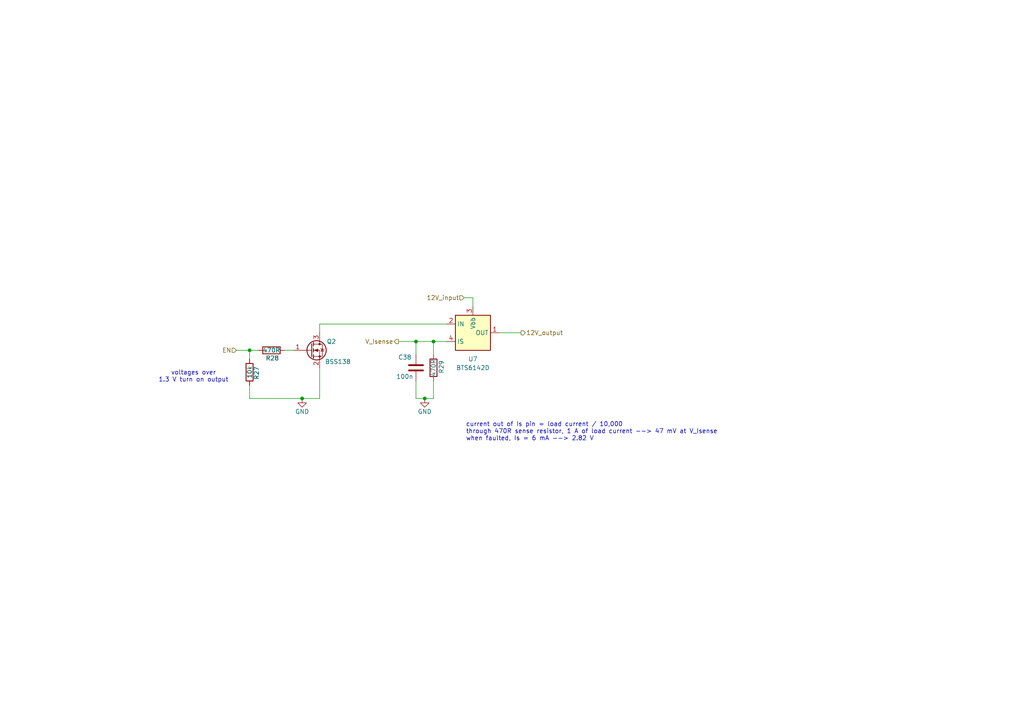
<source format=kicad_sch>
(kicad_sch (version 20231120) (generator "eeschema") (generator_version "8.0")
  (paper "A4")
  (lib_symbols
    (symbol "Device:C" (pin_numbers hide) (pin_names (offset 0.254))
      (property "Reference" "C" (at 0.635 2.54 0))
      (property "Value" "C" (at 0.635 -2.54 0))
      (symbol "C_0_1"
        (polyline (pts (xy -2.032 -0.762) (xy 2.032 -0.762)) (stroke (width 0.508)))
        (polyline (pts (xy -2.032 0.762) (xy 2.032 0.762)) (stroke (width 0.508)))
      )
      (symbol "C_1_1"
        (pin passive line (at 0 3.81 270) (length 2.794) (name "~") (number "1"))
        (pin passive line (at 0 -3.81 90) (length 2.794) (name "~") (number "2"))
      )
    )
    (symbol "Device:R" (pin_numbers hide) (pin_names (offset 0))
      (property "Reference" "R" (at 2.032 0 90))
      (property "Value" "R" (at 0 0 90))
      (symbol "R_0_1"
        (rectangle (start -1.016 -2.54) (end 1.016 2.54) (stroke (width 0.254)))
      )
      (symbol "R_1_1"
        (pin passive line (at 0 3.81 270) (length 1.27) (name "~") (number "1"))
        (pin passive line (at 0 -3.81 90) (length 1.27) (name "~") (number "2"))
      )
    )
    (symbol "Power_Management:BTS6142D"
      (property "Reference" "U" (at -5.08 6.35 0))
      (property "Value" "BTS6142D" (at 8.89 6.35 0))
      (symbol "BTS6142D_0_1"
        (rectangle (start -5.08 5.08) (end 5.08 -5.08) (stroke (width 0.254)) (fill (type background)))
      )
      (symbol "BTS6142D_1_1"
        (pin power_out line (at 7.62 0 180) (length 2.54) (name "OUT") (number "1"))
        (pin input line (at -7.62 2.54 0) (length 2.54) (name "IN") (number "2"))
        (pin power_in line (at 0 7.62 270) (length 2.54) (name "Vbb") (number "3"))
        (pin output line (at -7.62 -2.54 0) (length 2.54) (name "IS") (number "4"))
        (pin passive line (at 7.62 0 180) (length 2.54) hide (name "OUT") (number "5"))
      )
    )
    (symbol "Transistor_FET:BSS138" (pin_names hide)
      (property "Reference" "Q" (at 5.08 1.905 0))
      (property "Value" "BSS138" (at 5.08 0 0))
      (symbol "BSS138_0_1"
        (polyline (pts (xy 0.254 0) (xy -2.54 0)))
        (polyline (pts (xy 0.254 1.905) (xy 0.254 -1.905)) (stroke (width 0.254)))
        (polyline (pts (xy 0.762 -1.27) (xy 0.762 -2.286)) (stroke (width 0.254)))
        (polyline (pts (xy 0.762 0.508) (xy 0.762 -0.508)) (stroke (width 0.254)))
        (polyline (pts (xy 0.762 2.286) (xy 0.762 1.27)) (stroke (width 0.254)))
        (polyline (pts (xy 2.54 2.54) (xy 2.54 1.778)))
        (polyline (pts (xy 2.54 -2.54) (xy 2.54 0) (xy 0.762 0)))
        (polyline (pts (xy 0.762 -1.778) (xy 3.302 -1.778) (xy 3.302 1.778) (xy 0.762 1.778)))
        (polyline (pts (xy 1.016 0) (xy 2.032 0.381) (xy 2.032 -0.381) (xy 1.016 0)) (fill (type outline)))
        (polyline (pts (xy 2.794 0.508) (xy 2.921 0.381) (xy 3.683 0.381) (xy 3.81 0.254)))
        (polyline (pts (xy 3.302 0.381) (xy 2.921 -0.254) (xy 3.683 -0.254) (xy 3.302 0.381)))
        (circle (center 1.651 0) (radius 2.794) (stroke (width 0.254)))
        (circle (center 2.54 -1.778) (radius 0.254) (fill (type outline)))
        (circle (center 2.54 1.778) (radius 0.254) (fill (type outline)))
      )
      (symbol "BSS138_1_1"
        (pin input line (at -5.08 0 0) (length 2.54) (name "G") (number "1"))
        (pin passive line (at 2.54 -5.08 90) (length 2.54) (name "S") (number "2"))
        (pin passive line (at 2.54 5.08 270) (length 2.54) (name "D") (number "3"))
      )
    )
    (symbol "power:GND" (power) (pin_numbers hide) (pin_names (offset 0) hide)
      (property "Value" "GND" (at 0 -3.81 0))
      (symbol "GND_0_1"
        (polyline (pts (xy 0 0) (xy 0 -1.27) (xy 1.27 -1.27) (xy 0 -2.54) (xy -1.27 -1.27) (xy 0 -1.27)))
      )
      (symbol "GND_1_1"
        (pin power_in line (at 0 0 270) (length 0) (name "~") (number "1"))
      )
    )
  )
  (junction (at 72.39 101.6))
  (junction (at 87.63 115.57))
  (junction (at 120.65 99.06))
  (junction (at 125.73 99.06))
  (junction (at 123.19 115.57))
  (wire (pts (xy 72.39 115.57) (xy 87.63 115.57)))
  (wire (pts (xy 87.63 115.57) (xy 92.71 115.57)))
  (wire (pts (xy 115.57 99.06) (xy 120.65 99.06)))
  (wire (pts (xy 72.39 111.76) (xy 72.39 115.57)))
  (wire (pts (xy 123.19 115.57) (xy 125.73 115.57)))
  (wire (pts (xy 120.65 110.49) (xy 120.65 115.57)))
  (wire (pts (xy 134.62 86.36) (xy 137.16 86.36)))
  (wire (pts (xy 92.71 115.57) (xy 92.71 106.68)))
  (wire (pts (xy 92.71 93.98) (xy 129.54 93.98)))
  (wire (pts (xy 72.39 101.6) (xy 72.39 104.14)))
  (wire (pts (xy 125.73 99.06) (xy 125.73 102.87)))
  (wire (pts (xy 137.16 86.36) (xy 137.16 88.9)))
  (wire (pts (xy 120.65 115.57) (xy 123.19 115.57)))
  (wire (pts (xy 68.58 101.6) (xy 72.39 101.6)))
  (wire (pts (xy 82.55 101.6) (xy 85.09 101.6)))
  (wire (pts (xy 120.65 99.06) (xy 125.73 99.06)))
  (wire (pts (xy 125.73 110.49) (xy 125.73 115.57)))
  (wire (pts (xy 144.78 96.52) (xy 151.13 96.52)))
  (wire (pts (xy 120.65 99.06) (xy 120.65 102.87)))
  (wire (pts (xy 72.39 101.6) (xy 74.93 101.6)))
  (wire (pts (xy 129.54 99.06) (xy 125.73 99.06)))
  (wire (pts (xy 92.71 96.52) (xy 92.71 93.98)))
  (text "voltages over\n1.3 V turn on output" (at 56.134 109.22 0) (effects (font (size 1.27 1.27))))
  (text "current out of Is pin = load current / 10,000\nthrough 470R sense resistor, 1 A of load current --> 47 mV at V_Isense\nwhen faulted, Is = 6 mA --> 2.82 V" (at 135.128 125.222 0) (effects (font (size 1.27 1.27)) (justify left)))
  (hierarchical_label "EN" (shape input) (at 68.58 101.6 180))
  (hierarchical_label "V_Isense" (shape output) (at 115.57 99.06 180))
  (hierarchical_label "12V_output" (shape output) (at 151.13 96.52 0))
  (hierarchical_label "12V_input" (shape input) (at 134.62 86.36 180))
  (symbol (lib_id "power:GND") (at 123.19 115.57 0) (unit 1)
    (property "Reference" "#PWR066" (effects (hide yes)))
    (property "Value" "GND" (at 123.19 119.38 0))
    (property "Description" "Power symbol creates a global label with name \"GND\" , ground" (effects (hide yes)))
    (instances (project "EIM" (path "" (reference "#PWR082") (unit 1)) (path "" (reference "#PWR086") (unit 1)) (path "" (reference "#PWR092") (unit 1)) (path "" (reference "#PWR094") (unit 1)) (path "" (reference "#PWR090") (unit 1)) (path "" (reference "#PWR088") (unit 1)) (path "" (reference "#PWR066") (unit 1))))
  )
  (symbol (lib_id "Device:R") (at 78.74 101.6 90) (unit 1)
    (property "Reference" "R20" (at 78.994 103.886 90))
    (property "Value" "470R" (at 78.74 101.6 90))
    (property "Footprint" "Resistor_SMD:R_0805_2012Metric_Pad1.20x1.40mm_HandSolder" (effects (hide yes)))
    (property "Description" "Resistor" (effects (hide yes)))
    (instances (project "EIM" (path "" (reference "R28") (unit 1)) (path "" (reference "R33") (unit 1)) (path "" (reference "R42") (unit 1)) (path "" (reference "R45") (unit 1)) (path "" (reference "R39") (unit 1)) (path "" (reference "R36") (unit 1)) (path "" (reference "R20") (unit 1))))
  )
  (symbol (lib_id "Transistor_FET:BSS138") (at 90.17 101.6 0) (unit 1)
    (property "Reference" "Q2" (at 94.742 99.06 0) (effects (justify left)))
    (property "Value" "BSS138" (at 94.234 104.902 0) (effects (justify left)))
    (property "Footprint" "Package_TO_SOT_SMD:SOT-23" (effects (hide yes)))
    (property "Datasheet" "https://www.onsemi.com/pub/Collateral/BSS138-D.PDF" (effects (hide yes)))
    (property "Description" "50V Vds, 0.22A Id, N-Channel MOSFET, SOT-23" (effects (hide yes)))
    (instances (project "EIM" (path "" (reference "Q2") (unit 1)) (path "" (reference "Q3") (unit 1)) (path "" (reference "Q6") (unit 1)) (path "" (reference "Q7") (unit 1)) (path "" (reference "Q5") (unit 1)) (path "" (reference "Q4") (unit 1))))
  )
  (symbol (lib_id "Power_Management:BTS6142D") (at 137.16 96.52 0) (unit 1)
    (property "Reference" "U7" (at 137.16 104.14 0))
    (property "Value" "BTS6142D" (at 137.16 106.68 0))
    (property "Footprint" "Package_TO_SOT_SMD:TO-252-4" (effects (hide yes)))
    (property "Datasheet" "http://www.infineon.com/dgdl/Infineon-BTS6142D-DS-v01_01-EN.pdf?fileId=5546d4625a888733015aa3da1e0e1026" (effects (hide yes)))
    (property "Description" "Smart High-Side Power Switch, PROFET, Single, 12mOhm, 7A, 24V, TO252-5" (effects (hide yes)))
    (instances (project "EIM" (path "" (reference "U7") (unit 1)) (path "" (reference "U8") (unit 1)) (path "" (reference "U11") (unit 1)) (path "" (reference "U12") (unit 1)) (path "" (reference "U10") (unit 1)) (path "" (reference "U9") (unit 1))))
  )
  (symbol (lib_id "Device:C") (at 120.65 106.68 180) (unit 1)
    (property "Reference" "C31" (at 119.38 103.632 0) (effects (justify left)))
    (property "Value" "100n" (at 119.888 109.22 0) (effects (justify left)))
    (property "Footprint" "Capacitor_SMD:C_0805_2012Metric_Pad1.18x1.45mm_HandSolder" (effects (hide yes)))
    (property "Description" "Unpolarized capacitor" (effects (hide yes)))
    (instances (project "EIM" (path "" (reference "C38") (unit 1)) (path "" (reference "C39") (unit 1)) (path "" (reference "C42") (unit 1)) (path "" (reference "C43") (unit 1)) (path "" (reference "C41") (unit 1)) (path "" (reference "C40") (unit 1)) (path "" (reference "C31") (unit 1))))
  )
  (symbol (lib_id "Device:R") (at 125.73 106.68 180) (unit 1)
    (property "Reference" "R21" (at 128.016 106.426 90))
    (property "Value" "470R" (at 125.73 106.68 90))
    (property "Footprint" "Resistor_SMD:R_0805_2012Metric_Pad1.20x1.40mm_HandSolder" (effects (hide yes)))
    (property "Description" "Resistor" (effects (hide yes)))
    (instances (project "EIM" (path "" (reference "R29") (unit 1)) (path "" (reference "R34") (unit 1)) (path "" (reference "R43") (unit 1)) (path "" (reference "R46") (unit 1)) (path "" (reference "R40") (unit 1)) (path "" (reference "R37") (unit 1)) (path "" (reference "R21") (unit 1))))
  )
  (symbol (lib_id "power:GND") (at 87.63 115.57 0) (unit 1)
    (property "Reference" "#PWR081" (effects (hide yes)))
    (property "Value" "GND" (at 87.63 119.38 0))
    (property "Description" "Power symbol creates a global label with name \"GND\" , ground" (effects (hide yes)))
    (instances (project "EIM" (path "" (reference "#PWR081") (unit 1)) (path "" (reference "#PWR085") (unit 1)) (path "" (reference "#PWR091") (unit 1)) (path "" (reference "#PWR093") (unit 1)) (path "" (reference "#PWR089") (unit 1)) (path "" (reference "#PWR087") (unit 1))))
  )
  (symbol (lib_id "Device:R") (at 72.39 107.95 0) (unit 1)
    (property "Reference" "R19" (at 74.422 108.204 90))
    (property "Value" "10k" (at 72.39 107.95 90))
    (property "Footprint" "Resistor_SMD:R_0805_2012Metric_Pad1.20x1.40mm_HandSolder" (effects (hide yes)))
    (property "Description" "Resistor" (effects (hide yes)))
    (instances (project "EIM" (path "" (reference "R27") (unit 1)) (path "" (reference "R32") (unit 1)) (path "" (reference "R41") (unit 1)) (path "" (reference "R44") (unit 1)) (path "" (reference "R38") (unit 1)) (path "" (reference "R35") (unit 1)) (path "" (reference "R19") (unit 1))))
  )
)
</source>
